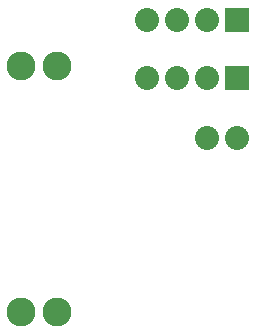
<source format=gbs>
G75*
G70*
%OFA0B0*%
%FSLAX24Y24*%
%IPPOS*%
%LPD*%
%AMOC8*
5,1,8,0,0,1.08239X$1,22.5*
%
%ADD10C,0.0966*%
%ADD11R,0.0800X0.0800*%
%ADD12C,0.0800*%
D10*
X002344Y000820D03*
X003565Y000820D03*
X003565Y009009D03*
X002344Y009009D03*
D11*
X009549Y008604D03*
X009549Y010533D03*
D12*
X008549Y010533D03*
X007549Y010533D03*
X006549Y010533D03*
X006549Y008604D03*
X007549Y008604D03*
X008549Y008604D03*
X008549Y006596D03*
X009549Y006596D03*
M02*

</source>
